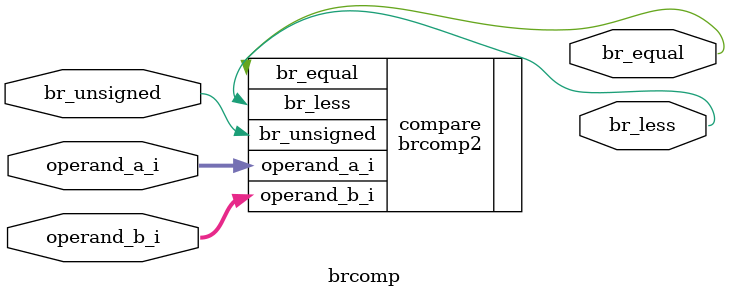
<source format=sv>
module brcomp(
	input logic [31:0] operand_a_i,
	input logic [31:0] operand_b_i,
	input logic 		br_unsigned,
	output logic 		br_less,
	output logic		br_equal
);

brcomp2 compare(
	.operand_a_i(operand_a_i),
	.operand_b_i(operand_b_i),
	.br_less(br_less),
	.br_equal(br_equal),
	.br_unsigned(br_unsigned)
);

/*
logic br_equal_tmp,br_less_tmp;
logic 	[31:0]operand1_tmp;
logic	[31:0]operand2_tmp;
assign 	operand1_tmp = (br_unsigned==1'b1 && operand_insa_i[31]==1'b1)?(~operand_insa_i + 1):operand_insa_i;
assign  operand2_tmp = (br_unsigned==1'b1 && operand_insa_i[31]==1'b1)?(~operand_insb_i + 1):operand_insb_i;
always_comb begin
	if(operand1_tmp < operand2_tmp)begin
		 br_equal_tmp = 0;
		 br_less_tmp =	1; 
		end
	else if(operand1_tmp == operand2_tmp)begin
		 br_equal_tmp = 1;
		 br_less_tmp =	0; 
		end
	else begin
		br_equal_tmp = 0;
		 br_less_tmp =	0; 
	end
end
*/
endmodule : brcomp

</source>
